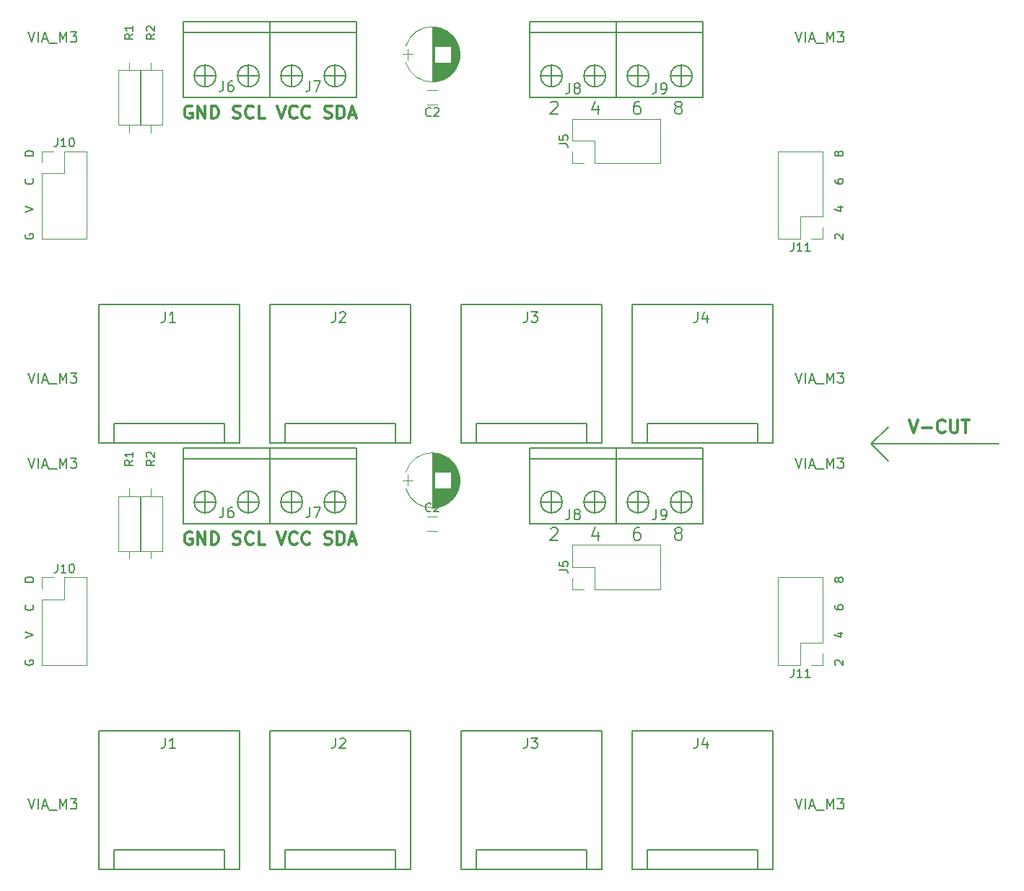
<source format=gto>
G04 #@! TF.FileFunction,Legend,Top*
%FSLAX46Y46*%
G04 Gerber Fmt 4.6, Leading zero omitted, Abs format (unit mm)*
G04 Created by KiCad (PCBNEW 4.0.6) date 01/22/18 09:57:44*
%MOMM*%
%LPD*%
G01*
G04 APERTURE LIST*
%ADD10C,0.100000*%
%ADD11C,0.300000*%
%ADD12C,0.200000*%
%ADD13C,0.150000*%
%ADD14C,0.120000*%
G04 APERTURE END LIST*
D10*
D11*
X162884286Y-94228571D02*
X163384286Y-95728571D01*
X163884286Y-94228571D01*
X164384286Y-95157143D02*
X165527143Y-95157143D01*
X167098572Y-95585714D02*
X167027143Y-95657143D01*
X166812857Y-95728571D01*
X166670000Y-95728571D01*
X166455715Y-95657143D01*
X166312857Y-95514286D01*
X166241429Y-95371429D01*
X166170000Y-95085714D01*
X166170000Y-94871429D01*
X166241429Y-94585714D01*
X166312857Y-94442857D01*
X166455715Y-94300000D01*
X166670000Y-94228571D01*
X166812857Y-94228571D01*
X167027143Y-94300000D01*
X167098572Y-94371429D01*
X167741429Y-94228571D02*
X167741429Y-95442857D01*
X167812857Y-95585714D01*
X167884286Y-95657143D01*
X168027143Y-95728571D01*
X168312857Y-95728571D01*
X168455715Y-95657143D01*
X168527143Y-95585714D01*
X168598572Y-95442857D01*
X168598572Y-94228571D01*
X169098572Y-94228571D02*
X169955715Y-94228571D01*
X169527144Y-95728571D02*
X169527144Y-94228571D01*
D12*
X158420000Y-97050000D02*
X173420000Y-97050000D01*
X160420000Y-99050000D02*
X158420000Y-97050000D01*
X158420000Y-97050000D02*
X160420000Y-99050000D01*
X160420000Y-95050000D02*
X158420000Y-97050000D01*
X158420000Y-97050000D02*
X160420000Y-95050000D01*
D13*
X154249619Y-122982858D02*
X154202000Y-122935239D01*
X154154381Y-122840001D01*
X154154381Y-122601905D01*
X154202000Y-122506667D01*
X154249619Y-122459048D01*
X154344857Y-122411429D01*
X154440095Y-122411429D01*
X154582952Y-122459048D01*
X155154381Y-123030477D01*
X155154381Y-122411429D01*
X154487714Y-119268571D02*
X155154381Y-119268571D01*
X154106762Y-119506667D02*
X154821048Y-119744762D01*
X154821048Y-119125714D01*
X154154381Y-116030475D02*
X154154381Y-116220952D01*
X154202000Y-116316190D01*
X154249619Y-116363809D01*
X154392476Y-116459047D01*
X154582952Y-116506666D01*
X154963905Y-116506666D01*
X155059143Y-116459047D01*
X155106762Y-116411428D01*
X155154381Y-116316190D01*
X155154381Y-116125713D01*
X155106762Y-116030475D01*
X155059143Y-115982856D01*
X154963905Y-115935237D01*
X154725810Y-115935237D01*
X154630571Y-115982856D01*
X154582952Y-116030475D01*
X154535333Y-116125713D01*
X154535333Y-116316190D01*
X154582952Y-116411428D01*
X154630571Y-116459047D01*
X154725810Y-116506666D01*
X154582952Y-113078094D02*
X154535333Y-113173332D01*
X154487714Y-113220951D01*
X154392476Y-113268570D01*
X154344857Y-113268570D01*
X154249619Y-113220951D01*
X154202000Y-113173332D01*
X154154381Y-113078094D01*
X154154381Y-112887617D01*
X154202000Y-112792379D01*
X154249619Y-112744760D01*
X154344857Y-112697141D01*
X154392476Y-112697141D01*
X154487714Y-112744760D01*
X154535333Y-112792379D01*
X154582952Y-112887617D01*
X154582952Y-113078094D01*
X154630571Y-113173332D01*
X154678190Y-113220951D01*
X154773429Y-113268570D01*
X154963905Y-113268570D01*
X155059143Y-113220951D01*
X155106762Y-113173332D01*
X155154381Y-113078094D01*
X155154381Y-112887617D01*
X155106762Y-112792379D01*
X155059143Y-112744760D01*
X154963905Y-112697141D01*
X154773429Y-112697141D01*
X154678190Y-112744760D01*
X154630571Y-112792379D01*
X154582952Y-112887617D01*
X59206000Y-122435239D02*
X59158381Y-122530477D01*
X59158381Y-122673334D01*
X59206000Y-122816192D01*
X59301238Y-122911430D01*
X59396476Y-122959049D01*
X59586952Y-123006668D01*
X59729810Y-123006668D01*
X59920286Y-122959049D01*
X60015524Y-122911430D01*
X60110762Y-122816192D01*
X60158381Y-122673334D01*
X60158381Y-122578096D01*
X60110762Y-122435239D01*
X60063143Y-122387620D01*
X59729810Y-122387620D01*
X59729810Y-122578096D01*
X59158381Y-119816191D02*
X60158381Y-119482858D01*
X59158381Y-119149524D01*
X60063143Y-115959047D02*
X60110762Y-116006666D01*
X60158381Y-116149523D01*
X60158381Y-116244761D01*
X60110762Y-116387619D01*
X60015524Y-116482857D01*
X59920286Y-116530476D01*
X59729810Y-116578095D01*
X59586952Y-116578095D01*
X59396476Y-116530476D01*
X59301238Y-116482857D01*
X59206000Y-116387619D01*
X59158381Y-116244761D01*
X59158381Y-116149523D01*
X59206000Y-116006666D01*
X59253619Y-115959047D01*
X60158381Y-113244761D02*
X59158381Y-113244761D01*
X59158381Y-113006666D01*
X59206000Y-112863808D01*
X59301238Y-112768570D01*
X59396476Y-112720951D01*
X59586952Y-112673332D01*
X59729810Y-112673332D01*
X59920286Y-112720951D01*
X60015524Y-112768570D01*
X60110762Y-112863808D01*
X60158381Y-113006666D01*
X60158381Y-113244761D01*
D12*
X120825716Y-107001429D02*
X120897145Y-106930000D01*
X121040002Y-106858571D01*
X121397145Y-106858571D01*
X121540002Y-106930000D01*
X121611431Y-107001429D01*
X121682859Y-107144286D01*
X121682859Y-107287143D01*
X121611431Y-107501429D01*
X120754288Y-108358571D01*
X121682859Y-108358571D01*
X126397144Y-107358571D02*
X126397144Y-108358571D01*
X126040001Y-106787143D02*
X125682858Y-107858571D01*
X126611430Y-107858571D01*
X131254286Y-106858571D02*
X130968572Y-106858571D01*
X130825715Y-106930000D01*
X130754286Y-107001429D01*
X130611429Y-107215714D01*
X130540000Y-107501429D01*
X130540000Y-108072857D01*
X130611429Y-108215714D01*
X130682857Y-108287143D01*
X130825715Y-108358571D01*
X131111429Y-108358571D01*
X131254286Y-108287143D01*
X131325715Y-108215714D01*
X131397143Y-108072857D01*
X131397143Y-107715714D01*
X131325715Y-107572857D01*
X131254286Y-107501429D01*
X131111429Y-107430000D01*
X130825715Y-107430000D01*
X130682857Y-107501429D01*
X130611429Y-107572857D01*
X130540000Y-107715714D01*
X135682857Y-107501429D02*
X135539999Y-107430000D01*
X135468571Y-107358571D01*
X135397142Y-107215714D01*
X135397142Y-107144286D01*
X135468571Y-107001429D01*
X135539999Y-106930000D01*
X135682857Y-106858571D01*
X135968571Y-106858571D01*
X136111428Y-106930000D01*
X136182857Y-107001429D01*
X136254285Y-107144286D01*
X136254285Y-107215714D01*
X136182857Y-107358571D01*
X136111428Y-107430000D01*
X135968571Y-107501429D01*
X135682857Y-107501429D01*
X135539999Y-107572857D01*
X135468571Y-107644286D01*
X135397142Y-107787143D01*
X135397142Y-108072857D01*
X135468571Y-108215714D01*
X135539999Y-108287143D01*
X135682857Y-108358571D01*
X135968571Y-108358571D01*
X136111428Y-108287143D01*
X136182857Y-108215714D01*
X136254285Y-108072857D01*
X136254285Y-107787143D01*
X136182857Y-107644286D01*
X136111428Y-107572857D01*
X135968571Y-107501429D01*
D11*
X78721429Y-107438000D02*
X78578572Y-107366571D01*
X78364286Y-107366571D01*
X78150001Y-107438000D01*
X78007143Y-107580857D01*
X77935715Y-107723714D01*
X77864286Y-108009429D01*
X77864286Y-108223714D01*
X77935715Y-108509429D01*
X78007143Y-108652286D01*
X78150001Y-108795143D01*
X78364286Y-108866571D01*
X78507143Y-108866571D01*
X78721429Y-108795143D01*
X78792858Y-108723714D01*
X78792858Y-108223714D01*
X78507143Y-108223714D01*
X79435715Y-108866571D02*
X79435715Y-107366571D01*
X80292858Y-108866571D01*
X80292858Y-107366571D01*
X81007144Y-108866571D02*
X81007144Y-107366571D01*
X81364287Y-107366571D01*
X81578572Y-107438000D01*
X81721430Y-107580857D01*
X81792858Y-107723714D01*
X81864287Y-108009429D01*
X81864287Y-108223714D01*
X81792858Y-108509429D01*
X81721430Y-108652286D01*
X81578572Y-108795143D01*
X81364287Y-108866571D01*
X81007144Y-108866571D01*
X83578572Y-108795143D02*
X83792858Y-108866571D01*
X84150001Y-108866571D01*
X84292858Y-108795143D01*
X84364287Y-108723714D01*
X84435715Y-108580857D01*
X84435715Y-108438000D01*
X84364287Y-108295143D01*
X84292858Y-108223714D01*
X84150001Y-108152286D01*
X83864287Y-108080857D01*
X83721429Y-108009429D01*
X83650001Y-107938000D01*
X83578572Y-107795143D01*
X83578572Y-107652286D01*
X83650001Y-107509429D01*
X83721429Y-107438000D01*
X83864287Y-107366571D01*
X84221429Y-107366571D01*
X84435715Y-107438000D01*
X85935715Y-108723714D02*
X85864286Y-108795143D01*
X85650000Y-108866571D01*
X85507143Y-108866571D01*
X85292858Y-108795143D01*
X85150000Y-108652286D01*
X85078572Y-108509429D01*
X85007143Y-108223714D01*
X85007143Y-108009429D01*
X85078572Y-107723714D01*
X85150000Y-107580857D01*
X85292858Y-107438000D01*
X85507143Y-107366571D01*
X85650000Y-107366571D01*
X85864286Y-107438000D01*
X85935715Y-107509429D01*
X87292858Y-108866571D02*
X86578572Y-108866571D01*
X86578572Y-107366571D01*
X88721429Y-107366571D02*
X89221429Y-108866571D01*
X89721429Y-107366571D01*
X91078572Y-108723714D02*
X91007143Y-108795143D01*
X90792857Y-108866571D01*
X90650000Y-108866571D01*
X90435715Y-108795143D01*
X90292857Y-108652286D01*
X90221429Y-108509429D01*
X90150000Y-108223714D01*
X90150000Y-108009429D01*
X90221429Y-107723714D01*
X90292857Y-107580857D01*
X90435715Y-107438000D01*
X90650000Y-107366571D01*
X90792857Y-107366571D01*
X91007143Y-107438000D01*
X91078572Y-107509429D01*
X92578572Y-108723714D02*
X92507143Y-108795143D01*
X92292857Y-108866571D01*
X92150000Y-108866571D01*
X91935715Y-108795143D01*
X91792857Y-108652286D01*
X91721429Y-108509429D01*
X91650000Y-108223714D01*
X91650000Y-108009429D01*
X91721429Y-107723714D01*
X91792857Y-107580857D01*
X91935715Y-107438000D01*
X92150000Y-107366571D01*
X92292857Y-107366571D01*
X92507143Y-107438000D01*
X92578572Y-107509429D01*
X94292857Y-108795143D02*
X94507143Y-108866571D01*
X94864286Y-108866571D01*
X95007143Y-108795143D01*
X95078572Y-108723714D01*
X95150000Y-108580857D01*
X95150000Y-108438000D01*
X95078572Y-108295143D01*
X95007143Y-108223714D01*
X94864286Y-108152286D01*
X94578572Y-108080857D01*
X94435714Y-108009429D01*
X94364286Y-107938000D01*
X94292857Y-107795143D01*
X94292857Y-107652286D01*
X94364286Y-107509429D01*
X94435714Y-107438000D01*
X94578572Y-107366571D01*
X94935714Y-107366571D01*
X95150000Y-107438000D01*
X95792857Y-108866571D02*
X95792857Y-107366571D01*
X96150000Y-107366571D01*
X96364285Y-107438000D01*
X96507143Y-107580857D01*
X96578571Y-107723714D01*
X96650000Y-108009429D01*
X96650000Y-108223714D01*
X96578571Y-108509429D01*
X96507143Y-108652286D01*
X96364285Y-108795143D01*
X96150000Y-108866571D01*
X95792857Y-108866571D01*
X97221428Y-108438000D02*
X97935714Y-108438000D01*
X97078571Y-108866571D02*
X97578571Y-107366571D01*
X98078571Y-108866571D01*
D13*
X154249619Y-72982858D02*
X154202000Y-72935239D01*
X154154381Y-72840001D01*
X154154381Y-72601905D01*
X154202000Y-72506667D01*
X154249619Y-72459048D01*
X154344857Y-72411429D01*
X154440095Y-72411429D01*
X154582952Y-72459048D01*
X155154381Y-73030477D01*
X155154381Y-72411429D01*
X154487714Y-69268571D02*
X155154381Y-69268571D01*
X154106762Y-69506667D02*
X154821048Y-69744762D01*
X154821048Y-69125714D01*
X154154381Y-66030475D02*
X154154381Y-66220952D01*
X154202000Y-66316190D01*
X154249619Y-66363809D01*
X154392476Y-66459047D01*
X154582952Y-66506666D01*
X154963905Y-66506666D01*
X155059143Y-66459047D01*
X155106762Y-66411428D01*
X155154381Y-66316190D01*
X155154381Y-66125713D01*
X155106762Y-66030475D01*
X155059143Y-65982856D01*
X154963905Y-65935237D01*
X154725810Y-65935237D01*
X154630571Y-65982856D01*
X154582952Y-66030475D01*
X154535333Y-66125713D01*
X154535333Y-66316190D01*
X154582952Y-66411428D01*
X154630571Y-66459047D01*
X154725810Y-66506666D01*
X154582952Y-63078094D02*
X154535333Y-63173332D01*
X154487714Y-63220951D01*
X154392476Y-63268570D01*
X154344857Y-63268570D01*
X154249619Y-63220951D01*
X154202000Y-63173332D01*
X154154381Y-63078094D01*
X154154381Y-62887617D01*
X154202000Y-62792379D01*
X154249619Y-62744760D01*
X154344857Y-62697141D01*
X154392476Y-62697141D01*
X154487714Y-62744760D01*
X154535333Y-62792379D01*
X154582952Y-62887617D01*
X154582952Y-63078094D01*
X154630571Y-63173332D01*
X154678190Y-63220951D01*
X154773429Y-63268570D01*
X154963905Y-63268570D01*
X155059143Y-63220951D01*
X155106762Y-63173332D01*
X155154381Y-63078094D01*
X155154381Y-62887617D01*
X155106762Y-62792379D01*
X155059143Y-62744760D01*
X154963905Y-62697141D01*
X154773429Y-62697141D01*
X154678190Y-62744760D01*
X154630571Y-62792379D01*
X154582952Y-62887617D01*
X59206000Y-72435239D02*
X59158381Y-72530477D01*
X59158381Y-72673334D01*
X59206000Y-72816192D01*
X59301238Y-72911430D01*
X59396476Y-72959049D01*
X59586952Y-73006668D01*
X59729810Y-73006668D01*
X59920286Y-72959049D01*
X60015524Y-72911430D01*
X60110762Y-72816192D01*
X60158381Y-72673334D01*
X60158381Y-72578096D01*
X60110762Y-72435239D01*
X60063143Y-72387620D01*
X59729810Y-72387620D01*
X59729810Y-72578096D01*
X59158381Y-69816191D02*
X60158381Y-69482858D01*
X59158381Y-69149524D01*
X60063143Y-65959047D02*
X60110762Y-66006666D01*
X60158381Y-66149523D01*
X60158381Y-66244761D01*
X60110762Y-66387619D01*
X60015524Y-66482857D01*
X59920286Y-66530476D01*
X59729810Y-66578095D01*
X59586952Y-66578095D01*
X59396476Y-66530476D01*
X59301238Y-66482857D01*
X59206000Y-66387619D01*
X59158381Y-66244761D01*
X59158381Y-66149523D01*
X59206000Y-66006666D01*
X59253619Y-65959047D01*
X60158381Y-63244761D02*
X59158381Y-63244761D01*
X59158381Y-63006666D01*
X59206000Y-62863808D01*
X59301238Y-62768570D01*
X59396476Y-62720951D01*
X59586952Y-62673332D01*
X59729810Y-62673332D01*
X59920286Y-62720951D01*
X60015524Y-62768570D01*
X60110762Y-62863808D01*
X60158381Y-63006666D01*
X60158381Y-63244761D01*
D12*
X120825716Y-57001429D02*
X120897145Y-56930000D01*
X121040002Y-56858571D01*
X121397145Y-56858571D01*
X121540002Y-56930000D01*
X121611431Y-57001429D01*
X121682859Y-57144286D01*
X121682859Y-57287143D01*
X121611431Y-57501429D01*
X120754288Y-58358571D01*
X121682859Y-58358571D01*
X126397144Y-57358571D02*
X126397144Y-58358571D01*
X126040001Y-56787143D02*
X125682858Y-57858571D01*
X126611430Y-57858571D01*
X131254286Y-56858571D02*
X130968572Y-56858571D01*
X130825715Y-56930000D01*
X130754286Y-57001429D01*
X130611429Y-57215714D01*
X130540000Y-57501429D01*
X130540000Y-58072857D01*
X130611429Y-58215714D01*
X130682857Y-58287143D01*
X130825715Y-58358571D01*
X131111429Y-58358571D01*
X131254286Y-58287143D01*
X131325715Y-58215714D01*
X131397143Y-58072857D01*
X131397143Y-57715714D01*
X131325715Y-57572857D01*
X131254286Y-57501429D01*
X131111429Y-57430000D01*
X130825715Y-57430000D01*
X130682857Y-57501429D01*
X130611429Y-57572857D01*
X130540000Y-57715714D01*
X135682857Y-57501429D02*
X135539999Y-57430000D01*
X135468571Y-57358571D01*
X135397142Y-57215714D01*
X135397142Y-57144286D01*
X135468571Y-57001429D01*
X135539999Y-56930000D01*
X135682857Y-56858571D01*
X135968571Y-56858571D01*
X136111428Y-56930000D01*
X136182857Y-57001429D01*
X136254285Y-57144286D01*
X136254285Y-57215714D01*
X136182857Y-57358571D01*
X136111428Y-57430000D01*
X135968571Y-57501429D01*
X135682857Y-57501429D01*
X135539999Y-57572857D01*
X135468571Y-57644286D01*
X135397142Y-57787143D01*
X135397142Y-58072857D01*
X135468571Y-58215714D01*
X135539999Y-58287143D01*
X135682857Y-58358571D01*
X135968571Y-58358571D01*
X136111428Y-58287143D01*
X136182857Y-58215714D01*
X136254285Y-58072857D01*
X136254285Y-57787143D01*
X136182857Y-57644286D01*
X136111428Y-57572857D01*
X135968571Y-57501429D01*
D11*
X78721429Y-57438000D02*
X78578572Y-57366571D01*
X78364286Y-57366571D01*
X78150001Y-57438000D01*
X78007143Y-57580857D01*
X77935715Y-57723714D01*
X77864286Y-58009429D01*
X77864286Y-58223714D01*
X77935715Y-58509429D01*
X78007143Y-58652286D01*
X78150001Y-58795143D01*
X78364286Y-58866571D01*
X78507143Y-58866571D01*
X78721429Y-58795143D01*
X78792858Y-58723714D01*
X78792858Y-58223714D01*
X78507143Y-58223714D01*
X79435715Y-58866571D02*
X79435715Y-57366571D01*
X80292858Y-58866571D01*
X80292858Y-57366571D01*
X81007144Y-58866571D02*
X81007144Y-57366571D01*
X81364287Y-57366571D01*
X81578572Y-57438000D01*
X81721430Y-57580857D01*
X81792858Y-57723714D01*
X81864287Y-58009429D01*
X81864287Y-58223714D01*
X81792858Y-58509429D01*
X81721430Y-58652286D01*
X81578572Y-58795143D01*
X81364287Y-58866571D01*
X81007144Y-58866571D01*
X83578572Y-58795143D02*
X83792858Y-58866571D01*
X84150001Y-58866571D01*
X84292858Y-58795143D01*
X84364287Y-58723714D01*
X84435715Y-58580857D01*
X84435715Y-58438000D01*
X84364287Y-58295143D01*
X84292858Y-58223714D01*
X84150001Y-58152286D01*
X83864287Y-58080857D01*
X83721429Y-58009429D01*
X83650001Y-57938000D01*
X83578572Y-57795143D01*
X83578572Y-57652286D01*
X83650001Y-57509429D01*
X83721429Y-57438000D01*
X83864287Y-57366571D01*
X84221429Y-57366571D01*
X84435715Y-57438000D01*
X85935715Y-58723714D02*
X85864286Y-58795143D01*
X85650000Y-58866571D01*
X85507143Y-58866571D01*
X85292858Y-58795143D01*
X85150000Y-58652286D01*
X85078572Y-58509429D01*
X85007143Y-58223714D01*
X85007143Y-58009429D01*
X85078572Y-57723714D01*
X85150000Y-57580857D01*
X85292858Y-57438000D01*
X85507143Y-57366571D01*
X85650000Y-57366571D01*
X85864286Y-57438000D01*
X85935715Y-57509429D01*
X87292858Y-58866571D02*
X86578572Y-58866571D01*
X86578572Y-57366571D01*
X88721429Y-57366571D02*
X89221429Y-58866571D01*
X89721429Y-57366571D01*
X91078572Y-58723714D02*
X91007143Y-58795143D01*
X90792857Y-58866571D01*
X90650000Y-58866571D01*
X90435715Y-58795143D01*
X90292857Y-58652286D01*
X90221429Y-58509429D01*
X90150000Y-58223714D01*
X90150000Y-58009429D01*
X90221429Y-57723714D01*
X90292857Y-57580857D01*
X90435715Y-57438000D01*
X90650000Y-57366571D01*
X90792857Y-57366571D01*
X91007143Y-57438000D01*
X91078572Y-57509429D01*
X92578572Y-58723714D02*
X92507143Y-58795143D01*
X92292857Y-58866571D01*
X92150000Y-58866571D01*
X91935715Y-58795143D01*
X91792857Y-58652286D01*
X91721429Y-58509429D01*
X91650000Y-58223714D01*
X91650000Y-58009429D01*
X91721429Y-57723714D01*
X91792857Y-57580857D01*
X91935715Y-57438000D01*
X92150000Y-57366571D01*
X92292857Y-57366571D01*
X92507143Y-57438000D01*
X92578572Y-57509429D01*
X94292857Y-58795143D02*
X94507143Y-58866571D01*
X94864286Y-58866571D01*
X95007143Y-58795143D01*
X95078572Y-58723714D01*
X95150000Y-58580857D01*
X95150000Y-58438000D01*
X95078572Y-58295143D01*
X95007143Y-58223714D01*
X94864286Y-58152286D01*
X94578572Y-58080857D01*
X94435714Y-58009429D01*
X94364286Y-57938000D01*
X94292857Y-57795143D01*
X94292857Y-57652286D01*
X94364286Y-57509429D01*
X94435714Y-57438000D01*
X94578572Y-57366571D01*
X94935714Y-57366571D01*
X95150000Y-57438000D01*
X95792857Y-58866571D02*
X95792857Y-57366571D01*
X96150000Y-57366571D01*
X96364285Y-57438000D01*
X96507143Y-57580857D01*
X96578571Y-57723714D01*
X96650000Y-58009429D01*
X96650000Y-58223714D01*
X96578571Y-58509429D01*
X96507143Y-58652286D01*
X96364285Y-58795143D01*
X96150000Y-58866571D01*
X95792857Y-58866571D01*
X97221428Y-58438000D02*
X97935714Y-58438000D01*
X97078571Y-58866571D02*
X97578571Y-57366571D01*
X98078571Y-58866571D01*
D13*
X69626000Y-146956000D02*
X69626000Y-144670000D01*
X69626000Y-144670000D02*
X70388000Y-144670000D01*
X70388000Y-144670000D02*
X82580000Y-144670000D01*
X82580000Y-144670000D02*
X82580000Y-146956000D01*
X67848000Y-146956000D02*
X84358000Y-146956000D01*
X84358000Y-146956000D02*
X84358000Y-130700000D01*
X84358000Y-130700000D02*
X67848000Y-130700000D01*
X67848000Y-130700000D02*
X67848000Y-146956000D01*
X89626000Y-146956000D02*
X89626000Y-144670000D01*
X89626000Y-144670000D02*
X90388000Y-144670000D01*
X90388000Y-144670000D02*
X102580000Y-144670000D01*
X102580000Y-144670000D02*
X102580000Y-146956000D01*
X87848000Y-146956000D02*
X104358000Y-146956000D01*
X104358000Y-146956000D02*
X104358000Y-130700000D01*
X104358000Y-130700000D02*
X87848000Y-130700000D01*
X87848000Y-130700000D02*
X87848000Y-146956000D01*
X112126000Y-146956000D02*
X112126000Y-144670000D01*
X112126000Y-144670000D02*
X112888000Y-144670000D01*
X112888000Y-144670000D02*
X125080000Y-144670000D01*
X125080000Y-144670000D02*
X125080000Y-146956000D01*
X110348000Y-146956000D02*
X126858000Y-146956000D01*
X126858000Y-146956000D02*
X126858000Y-130700000D01*
X126858000Y-130700000D02*
X110348000Y-130700000D01*
X110348000Y-130700000D02*
X110348000Y-146956000D01*
X132126000Y-146956000D02*
X132126000Y-144670000D01*
X132126000Y-144670000D02*
X132888000Y-144670000D01*
X132888000Y-144670000D02*
X145080000Y-144670000D01*
X145080000Y-144670000D02*
X145080000Y-146956000D01*
X130348000Y-146956000D02*
X146858000Y-146956000D01*
X146858000Y-146956000D02*
X146858000Y-130700000D01*
X146858000Y-130700000D02*
X130348000Y-130700000D01*
X130348000Y-130700000D02*
X130348000Y-146956000D01*
D14*
X126000000Y-114090000D02*
X133680000Y-114090000D01*
X133680000Y-114090000D02*
X133680000Y-108890000D01*
X133680000Y-108890000D02*
X123400000Y-108890000D01*
X123400000Y-108890000D02*
X123400000Y-111490000D01*
X123400000Y-111490000D02*
X126000000Y-111490000D01*
X126000000Y-111490000D02*
X126000000Y-114090000D01*
X124730000Y-114090000D02*
X123400000Y-114090000D01*
X123400000Y-114090000D02*
X123400000Y-112760000D01*
X72700000Y-103200000D02*
X70080000Y-103200000D01*
X70080000Y-103200000D02*
X70080000Y-109620000D01*
X70080000Y-109620000D02*
X72700000Y-109620000D01*
X72700000Y-109620000D02*
X72700000Y-103200000D01*
X71390000Y-102310000D02*
X71390000Y-103200000D01*
X71390000Y-110510000D02*
X71390000Y-109620000D01*
X75240000Y-103200000D02*
X72620000Y-103200000D01*
X72620000Y-103200000D02*
X72620000Y-109620000D01*
X72620000Y-109620000D02*
X75240000Y-109620000D01*
X75240000Y-109620000D02*
X75240000Y-103200000D01*
X73930000Y-102310000D02*
X73930000Y-103200000D01*
X73930000Y-110510000D02*
X73930000Y-109620000D01*
D13*
X85360000Y-102600000D02*
X85360000Y-105140000D01*
X84090000Y-103870000D02*
X86630000Y-103870000D01*
X80280000Y-102600000D02*
X80280000Y-105140000D01*
X79010000Y-103870000D02*
X81550000Y-103870000D01*
X86630000Y-103870000D02*
G75*
G03X86630000Y-103870000I-1270000J0D01*
G01*
X81550000Y-103870000D02*
G75*
G03X81550000Y-103870000I-1270000J0D01*
G01*
X77740000Y-98790000D02*
X87900000Y-98790000D01*
X77740000Y-101330000D02*
X77740000Y-97520000D01*
X77740000Y-97520000D02*
X87900000Y-97520000D01*
X87900000Y-97520000D02*
X87900000Y-106410000D01*
X87900000Y-106410000D02*
X77740000Y-106410000D01*
X77740000Y-106410000D02*
X77740000Y-101330000D01*
X95520000Y-102600000D02*
X95520000Y-105140000D01*
X94250000Y-103870000D02*
X96790000Y-103870000D01*
X90440000Y-102600000D02*
X90440000Y-105140000D01*
X89170000Y-103870000D02*
X91710000Y-103870000D01*
X96790000Y-103870000D02*
G75*
G03X96790000Y-103870000I-1270000J0D01*
G01*
X91710000Y-103870000D02*
G75*
G03X91710000Y-103870000I-1270000J0D01*
G01*
X87900000Y-98790000D02*
X98060000Y-98790000D01*
X87900000Y-101330000D02*
X87900000Y-97520000D01*
X87900000Y-97520000D02*
X98060000Y-97520000D01*
X98060000Y-97520000D02*
X98060000Y-106410000D01*
X98060000Y-106410000D02*
X87900000Y-106410000D01*
X87900000Y-106410000D02*
X87900000Y-101330000D01*
X126000000Y-102600000D02*
X126000000Y-105140000D01*
X124730000Y-103870000D02*
X127270000Y-103870000D01*
X120920000Y-102600000D02*
X120920000Y-105140000D01*
X119650000Y-103870000D02*
X122190000Y-103870000D01*
X127270000Y-103870000D02*
G75*
G03X127270000Y-103870000I-1270000J0D01*
G01*
X122190000Y-103870000D02*
G75*
G03X122190000Y-103870000I-1270000J0D01*
G01*
X118380000Y-98790000D02*
X128540000Y-98790000D01*
X118380000Y-101330000D02*
X118380000Y-97520000D01*
X118380000Y-97520000D02*
X128540000Y-97520000D01*
X128540000Y-97520000D02*
X128540000Y-106410000D01*
X128540000Y-106410000D02*
X118380000Y-106410000D01*
X118380000Y-106410000D02*
X118380000Y-101330000D01*
X136160000Y-102600000D02*
X136160000Y-105140000D01*
X134890000Y-103870000D02*
X137430000Y-103870000D01*
X131080000Y-102600000D02*
X131080000Y-105140000D01*
X129810000Y-103870000D02*
X132350000Y-103870000D01*
X137430000Y-103870000D02*
G75*
G03X137430000Y-103870000I-1270000J0D01*
G01*
X132350000Y-103870000D02*
G75*
G03X132350000Y-103870000I-1270000J0D01*
G01*
X128540000Y-98790000D02*
X138700000Y-98790000D01*
X128540000Y-101330000D02*
X128540000Y-97520000D01*
X128540000Y-97520000D02*
X138700000Y-97520000D01*
X138700000Y-97520000D02*
X138700000Y-106410000D01*
X138700000Y-106410000D02*
X128540000Y-106410000D01*
X128540000Y-106410000D02*
X128540000Y-101330000D01*
D14*
X61170000Y-115300000D02*
X61170000Y-122980000D01*
X61170000Y-122980000D02*
X66370000Y-122980000D01*
X66370000Y-122980000D02*
X66370000Y-112700000D01*
X66370000Y-112700000D02*
X63770000Y-112700000D01*
X63770000Y-112700000D02*
X63770000Y-115300000D01*
X63770000Y-115300000D02*
X61170000Y-115300000D01*
X61170000Y-114030000D02*
X61170000Y-112700000D01*
X61170000Y-112700000D02*
X62500000Y-112700000D01*
X106930000Y-98130000D02*
X106930000Y-104530000D01*
X106970000Y-98130000D02*
X106970000Y-104530000D01*
X107010000Y-98130000D02*
X107010000Y-104530000D01*
X107050000Y-98132000D02*
X107050000Y-104528000D01*
X107090000Y-98133000D02*
X107090000Y-104527000D01*
X107130000Y-98136000D02*
X107130000Y-104524000D01*
X107170000Y-98138000D02*
X107170000Y-104522000D01*
X107210000Y-98142000D02*
X107210000Y-100350000D01*
X107210000Y-102310000D02*
X107210000Y-104518000D01*
X107250000Y-98145000D02*
X107250000Y-100350000D01*
X107250000Y-102310000D02*
X107250000Y-104515000D01*
X107290000Y-98150000D02*
X107290000Y-100350000D01*
X107290000Y-102310000D02*
X107290000Y-104510000D01*
X107330000Y-98154000D02*
X107330000Y-100350000D01*
X107330000Y-102310000D02*
X107330000Y-104506000D01*
X107370000Y-98160000D02*
X107370000Y-100350000D01*
X107370000Y-102310000D02*
X107370000Y-104500000D01*
X107410000Y-98165000D02*
X107410000Y-100350000D01*
X107410000Y-102310000D02*
X107410000Y-104495000D01*
X107450000Y-98172000D02*
X107450000Y-100350000D01*
X107450000Y-102310000D02*
X107450000Y-104488000D01*
X107490000Y-98178000D02*
X107490000Y-100350000D01*
X107490000Y-102310000D02*
X107490000Y-104482000D01*
X107530000Y-98186000D02*
X107530000Y-100350000D01*
X107530000Y-102310000D02*
X107530000Y-104474000D01*
X107570000Y-98193000D02*
X107570000Y-100350000D01*
X107570000Y-102310000D02*
X107570000Y-104467000D01*
X107610000Y-98202000D02*
X107610000Y-100350000D01*
X107610000Y-102310000D02*
X107610000Y-104458000D01*
X107651000Y-98211000D02*
X107651000Y-100350000D01*
X107651000Y-102310000D02*
X107651000Y-104449000D01*
X107691000Y-98220000D02*
X107691000Y-100350000D01*
X107691000Y-102310000D02*
X107691000Y-104440000D01*
X107731000Y-98230000D02*
X107731000Y-100350000D01*
X107731000Y-102310000D02*
X107731000Y-104430000D01*
X107771000Y-98240000D02*
X107771000Y-100350000D01*
X107771000Y-102310000D02*
X107771000Y-104420000D01*
X107811000Y-98251000D02*
X107811000Y-100350000D01*
X107811000Y-102310000D02*
X107811000Y-104409000D01*
X107851000Y-98263000D02*
X107851000Y-100350000D01*
X107851000Y-102310000D02*
X107851000Y-104397000D01*
X107891000Y-98275000D02*
X107891000Y-100350000D01*
X107891000Y-102310000D02*
X107891000Y-104385000D01*
X107931000Y-98288000D02*
X107931000Y-100350000D01*
X107931000Y-102310000D02*
X107931000Y-104372000D01*
X107971000Y-98301000D02*
X107971000Y-100350000D01*
X107971000Y-102310000D02*
X107971000Y-104359000D01*
X108011000Y-98315000D02*
X108011000Y-100350000D01*
X108011000Y-102310000D02*
X108011000Y-104345000D01*
X108051000Y-98329000D02*
X108051000Y-100350000D01*
X108051000Y-102310000D02*
X108051000Y-104331000D01*
X108091000Y-98344000D02*
X108091000Y-100350000D01*
X108091000Y-102310000D02*
X108091000Y-104316000D01*
X108131000Y-98360000D02*
X108131000Y-100350000D01*
X108131000Y-102310000D02*
X108131000Y-104300000D01*
X108171000Y-98376000D02*
X108171000Y-100350000D01*
X108171000Y-102310000D02*
X108171000Y-104284000D01*
X108211000Y-98393000D02*
X108211000Y-100350000D01*
X108211000Y-102310000D02*
X108211000Y-104267000D01*
X108251000Y-98411000D02*
X108251000Y-100350000D01*
X108251000Y-102310000D02*
X108251000Y-104249000D01*
X108291000Y-98429000D02*
X108291000Y-100350000D01*
X108291000Y-102310000D02*
X108291000Y-104231000D01*
X108331000Y-98448000D02*
X108331000Y-100350000D01*
X108331000Y-102310000D02*
X108331000Y-104212000D01*
X108371000Y-98467000D02*
X108371000Y-100350000D01*
X108371000Y-102310000D02*
X108371000Y-104193000D01*
X108411000Y-98487000D02*
X108411000Y-100350000D01*
X108411000Y-102310000D02*
X108411000Y-104173000D01*
X108451000Y-98508000D02*
X108451000Y-100350000D01*
X108451000Y-102310000D02*
X108451000Y-104152000D01*
X108491000Y-98530000D02*
X108491000Y-100350000D01*
X108491000Y-102310000D02*
X108491000Y-104130000D01*
X108531000Y-98552000D02*
X108531000Y-100350000D01*
X108531000Y-102310000D02*
X108531000Y-104108000D01*
X108571000Y-98575000D02*
X108571000Y-100350000D01*
X108571000Y-102310000D02*
X108571000Y-104085000D01*
X108611000Y-98599000D02*
X108611000Y-100350000D01*
X108611000Y-102310000D02*
X108611000Y-104061000D01*
X108651000Y-98624000D02*
X108651000Y-100350000D01*
X108651000Y-102310000D02*
X108651000Y-104036000D01*
X108691000Y-98649000D02*
X108691000Y-100350000D01*
X108691000Y-102310000D02*
X108691000Y-104011000D01*
X108731000Y-98676000D02*
X108731000Y-100350000D01*
X108731000Y-102310000D02*
X108731000Y-103984000D01*
X108771000Y-98703000D02*
X108771000Y-100350000D01*
X108771000Y-102310000D02*
X108771000Y-103957000D01*
X108811000Y-98731000D02*
X108811000Y-100350000D01*
X108811000Y-102310000D02*
X108811000Y-103929000D01*
X108851000Y-98760000D02*
X108851000Y-100350000D01*
X108851000Y-102310000D02*
X108851000Y-103900000D01*
X108891000Y-98790000D02*
X108891000Y-100350000D01*
X108891000Y-102310000D02*
X108891000Y-103870000D01*
X108931000Y-98820000D02*
X108931000Y-100350000D01*
X108931000Y-102310000D02*
X108931000Y-103840000D01*
X108971000Y-98852000D02*
X108971000Y-100350000D01*
X108971000Y-102310000D02*
X108971000Y-103808000D01*
X109011000Y-98885000D02*
X109011000Y-100350000D01*
X109011000Y-102310000D02*
X109011000Y-103775000D01*
X109051000Y-98919000D02*
X109051000Y-100350000D01*
X109051000Y-102310000D02*
X109051000Y-103741000D01*
X109091000Y-98955000D02*
X109091000Y-100350000D01*
X109091000Y-102310000D02*
X109091000Y-103705000D01*
X109131000Y-98991000D02*
X109131000Y-100350000D01*
X109131000Y-102310000D02*
X109131000Y-103669000D01*
X109171000Y-99029000D02*
X109171000Y-103631000D01*
X109211000Y-99068000D02*
X109211000Y-103592000D01*
X109251000Y-99108000D02*
X109251000Y-103552000D01*
X109291000Y-99150000D02*
X109291000Y-103510000D01*
X109331000Y-99193000D02*
X109331000Y-103467000D01*
X109371000Y-99238000D02*
X109371000Y-103422000D01*
X109411000Y-99285000D02*
X109411000Y-103375000D01*
X109451000Y-99333000D02*
X109451000Y-103327000D01*
X109491000Y-99384000D02*
X109491000Y-103276000D01*
X109531000Y-99436000D02*
X109531000Y-103224000D01*
X109571000Y-99491000D02*
X109571000Y-103169000D01*
X109611000Y-99549000D02*
X109611000Y-103111000D01*
X109651000Y-99609000D02*
X109651000Y-103051000D01*
X109691000Y-99672000D02*
X109691000Y-102988000D01*
X109731000Y-99739000D02*
X109731000Y-102921000D01*
X109771000Y-99810000D02*
X109771000Y-102850000D01*
X109811000Y-99885000D02*
X109811000Y-102775000D01*
X109851000Y-99966000D02*
X109851000Y-102694000D01*
X109891000Y-100052000D02*
X109891000Y-102608000D01*
X109931000Y-100146000D02*
X109931000Y-102514000D01*
X109971000Y-100249000D02*
X109971000Y-102411000D01*
X110011000Y-100364000D02*
X110011000Y-102296000D01*
X110051000Y-100496000D02*
X110051000Y-102164000D01*
X110091000Y-100654000D02*
X110091000Y-102006000D01*
X110131000Y-100862000D02*
X110131000Y-101798000D01*
X103480000Y-101330000D02*
X104680000Y-101330000D01*
X104080000Y-100680000D02*
X104080000Y-101980000D01*
X110018440Y-100350643D02*
G75*
G03X103841764Y-100350000I-3088440J-979357D01*
G01*
X110018440Y-102309357D02*
G75*
G02X103841764Y-102310000I-3088440J979357D01*
G01*
X110018440Y-102309357D02*
G75*
G03X110018236Y-100350000I-3088440J979357D01*
G01*
X106343000Y-105549000D02*
X107517000Y-105549000D01*
X106343000Y-107271000D02*
X107517000Y-107271000D01*
X152730000Y-120380000D02*
X152730000Y-112700000D01*
X152730000Y-112700000D02*
X147530000Y-112700000D01*
X147530000Y-112700000D02*
X147530000Y-122980000D01*
X147530000Y-122980000D02*
X150130000Y-122980000D01*
X150130000Y-122980000D02*
X150130000Y-120380000D01*
X150130000Y-120380000D02*
X152730000Y-120380000D01*
X152730000Y-121650000D02*
X152730000Y-122980000D01*
X152730000Y-122980000D02*
X151400000Y-122980000D01*
D13*
X69626000Y-96956000D02*
X69626000Y-94670000D01*
X69626000Y-94670000D02*
X70388000Y-94670000D01*
X70388000Y-94670000D02*
X82580000Y-94670000D01*
X82580000Y-94670000D02*
X82580000Y-96956000D01*
X67848000Y-96956000D02*
X84358000Y-96956000D01*
X84358000Y-96956000D02*
X84358000Y-80700000D01*
X84358000Y-80700000D02*
X67848000Y-80700000D01*
X67848000Y-80700000D02*
X67848000Y-96956000D01*
X89626000Y-96956000D02*
X89626000Y-94670000D01*
X89626000Y-94670000D02*
X90388000Y-94670000D01*
X90388000Y-94670000D02*
X102580000Y-94670000D01*
X102580000Y-94670000D02*
X102580000Y-96956000D01*
X87848000Y-96956000D02*
X104358000Y-96956000D01*
X104358000Y-96956000D02*
X104358000Y-80700000D01*
X104358000Y-80700000D02*
X87848000Y-80700000D01*
X87848000Y-80700000D02*
X87848000Y-96956000D01*
X112126000Y-96956000D02*
X112126000Y-94670000D01*
X112126000Y-94670000D02*
X112888000Y-94670000D01*
X112888000Y-94670000D02*
X125080000Y-94670000D01*
X125080000Y-94670000D02*
X125080000Y-96956000D01*
X110348000Y-96956000D02*
X126858000Y-96956000D01*
X126858000Y-96956000D02*
X126858000Y-80700000D01*
X126858000Y-80700000D02*
X110348000Y-80700000D01*
X110348000Y-80700000D02*
X110348000Y-96956000D01*
X132126000Y-96956000D02*
X132126000Y-94670000D01*
X132126000Y-94670000D02*
X132888000Y-94670000D01*
X132888000Y-94670000D02*
X145080000Y-94670000D01*
X145080000Y-94670000D02*
X145080000Y-96956000D01*
X130348000Y-96956000D02*
X146858000Y-96956000D01*
X146858000Y-96956000D02*
X146858000Y-80700000D01*
X146858000Y-80700000D02*
X130348000Y-80700000D01*
X130348000Y-80700000D02*
X130348000Y-96956000D01*
D14*
X126000000Y-64090000D02*
X133680000Y-64090000D01*
X133680000Y-64090000D02*
X133680000Y-58890000D01*
X133680000Y-58890000D02*
X123400000Y-58890000D01*
X123400000Y-58890000D02*
X123400000Y-61490000D01*
X123400000Y-61490000D02*
X126000000Y-61490000D01*
X126000000Y-61490000D02*
X126000000Y-64090000D01*
X124730000Y-64090000D02*
X123400000Y-64090000D01*
X123400000Y-64090000D02*
X123400000Y-62760000D01*
X72700000Y-53200000D02*
X70080000Y-53200000D01*
X70080000Y-53200000D02*
X70080000Y-59620000D01*
X70080000Y-59620000D02*
X72700000Y-59620000D01*
X72700000Y-59620000D02*
X72700000Y-53200000D01*
X71390000Y-52310000D02*
X71390000Y-53200000D01*
X71390000Y-60510000D02*
X71390000Y-59620000D01*
X75240000Y-53200000D02*
X72620000Y-53200000D01*
X72620000Y-53200000D02*
X72620000Y-59620000D01*
X72620000Y-59620000D02*
X75240000Y-59620000D01*
X75240000Y-59620000D02*
X75240000Y-53200000D01*
X73930000Y-52310000D02*
X73930000Y-53200000D01*
X73930000Y-60510000D02*
X73930000Y-59620000D01*
D13*
X85360000Y-52600000D02*
X85360000Y-55140000D01*
X84090000Y-53870000D02*
X86630000Y-53870000D01*
X80280000Y-52600000D02*
X80280000Y-55140000D01*
X79010000Y-53870000D02*
X81550000Y-53870000D01*
X86630000Y-53870000D02*
G75*
G03X86630000Y-53870000I-1270000J0D01*
G01*
X81550000Y-53870000D02*
G75*
G03X81550000Y-53870000I-1270000J0D01*
G01*
X77740000Y-48790000D02*
X87900000Y-48790000D01*
X77740000Y-51330000D02*
X77740000Y-47520000D01*
X77740000Y-47520000D02*
X87900000Y-47520000D01*
X87900000Y-47520000D02*
X87900000Y-56410000D01*
X87900000Y-56410000D02*
X77740000Y-56410000D01*
X77740000Y-56410000D02*
X77740000Y-51330000D01*
X95520000Y-52600000D02*
X95520000Y-55140000D01*
X94250000Y-53870000D02*
X96790000Y-53870000D01*
X90440000Y-52600000D02*
X90440000Y-55140000D01*
X89170000Y-53870000D02*
X91710000Y-53870000D01*
X96790000Y-53870000D02*
G75*
G03X96790000Y-53870000I-1270000J0D01*
G01*
X91710000Y-53870000D02*
G75*
G03X91710000Y-53870000I-1270000J0D01*
G01*
X87900000Y-48790000D02*
X98060000Y-48790000D01*
X87900000Y-51330000D02*
X87900000Y-47520000D01*
X87900000Y-47520000D02*
X98060000Y-47520000D01*
X98060000Y-47520000D02*
X98060000Y-56410000D01*
X98060000Y-56410000D02*
X87900000Y-56410000D01*
X87900000Y-56410000D02*
X87900000Y-51330000D01*
X126000000Y-52600000D02*
X126000000Y-55140000D01*
X124730000Y-53870000D02*
X127270000Y-53870000D01*
X120920000Y-52600000D02*
X120920000Y-55140000D01*
X119650000Y-53870000D02*
X122190000Y-53870000D01*
X127270000Y-53870000D02*
G75*
G03X127270000Y-53870000I-1270000J0D01*
G01*
X122190000Y-53870000D02*
G75*
G03X122190000Y-53870000I-1270000J0D01*
G01*
X118380000Y-48790000D02*
X128540000Y-48790000D01*
X118380000Y-51330000D02*
X118380000Y-47520000D01*
X118380000Y-47520000D02*
X128540000Y-47520000D01*
X128540000Y-47520000D02*
X128540000Y-56410000D01*
X128540000Y-56410000D02*
X118380000Y-56410000D01*
X118380000Y-56410000D02*
X118380000Y-51330000D01*
X136160000Y-52600000D02*
X136160000Y-55140000D01*
X134890000Y-53870000D02*
X137430000Y-53870000D01*
X131080000Y-52600000D02*
X131080000Y-55140000D01*
X129810000Y-53870000D02*
X132350000Y-53870000D01*
X137430000Y-53870000D02*
G75*
G03X137430000Y-53870000I-1270000J0D01*
G01*
X132350000Y-53870000D02*
G75*
G03X132350000Y-53870000I-1270000J0D01*
G01*
X128540000Y-48790000D02*
X138700000Y-48790000D01*
X128540000Y-51330000D02*
X128540000Y-47520000D01*
X128540000Y-47520000D02*
X138700000Y-47520000D01*
X138700000Y-47520000D02*
X138700000Y-56410000D01*
X138700000Y-56410000D02*
X128540000Y-56410000D01*
X128540000Y-56410000D02*
X128540000Y-51330000D01*
D14*
X61170000Y-65300000D02*
X61170000Y-72980000D01*
X61170000Y-72980000D02*
X66370000Y-72980000D01*
X66370000Y-72980000D02*
X66370000Y-62700000D01*
X66370000Y-62700000D02*
X63770000Y-62700000D01*
X63770000Y-62700000D02*
X63770000Y-65300000D01*
X63770000Y-65300000D02*
X61170000Y-65300000D01*
X61170000Y-64030000D02*
X61170000Y-62700000D01*
X61170000Y-62700000D02*
X62500000Y-62700000D01*
X106930000Y-48130000D02*
X106930000Y-54530000D01*
X106970000Y-48130000D02*
X106970000Y-54530000D01*
X107010000Y-48130000D02*
X107010000Y-54530000D01*
X107050000Y-48132000D02*
X107050000Y-54528000D01*
X107090000Y-48133000D02*
X107090000Y-54527000D01*
X107130000Y-48136000D02*
X107130000Y-54524000D01*
X107170000Y-48138000D02*
X107170000Y-54522000D01*
X107210000Y-48142000D02*
X107210000Y-50350000D01*
X107210000Y-52310000D02*
X107210000Y-54518000D01*
X107250000Y-48145000D02*
X107250000Y-50350000D01*
X107250000Y-52310000D02*
X107250000Y-54515000D01*
X107290000Y-48150000D02*
X107290000Y-50350000D01*
X107290000Y-52310000D02*
X107290000Y-54510000D01*
X107330000Y-48154000D02*
X107330000Y-50350000D01*
X107330000Y-52310000D02*
X107330000Y-54506000D01*
X107370000Y-48160000D02*
X107370000Y-50350000D01*
X107370000Y-52310000D02*
X107370000Y-54500000D01*
X107410000Y-48165000D02*
X107410000Y-50350000D01*
X107410000Y-52310000D02*
X107410000Y-54495000D01*
X107450000Y-48172000D02*
X107450000Y-50350000D01*
X107450000Y-52310000D02*
X107450000Y-54488000D01*
X107490000Y-48178000D02*
X107490000Y-50350000D01*
X107490000Y-52310000D02*
X107490000Y-54482000D01*
X107530000Y-48186000D02*
X107530000Y-50350000D01*
X107530000Y-52310000D02*
X107530000Y-54474000D01*
X107570000Y-48193000D02*
X107570000Y-50350000D01*
X107570000Y-52310000D02*
X107570000Y-54467000D01*
X107610000Y-48202000D02*
X107610000Y-50350000D01*
X107610000Y-52310000D02*
X107610000Y-54458000D01*
X107651000Y-48211000D02*
X107651000Y-50350000D01*
X107651000Y-52310000D02*
X107651000Y-54449000D01*
X107691000Y-48220000D02*
X107691000Y-50350000D01*
X107691000Y-52310000D02*
X107691000Y-54440000D01*
X107731000Y-48230000D02*
X107731000Y-50350000D01*
X107731000Y-52310000D02*
X107731000Y-54430000D01*
X107771000Y-48240000D02*
X107771000Y-50350000D01*
X107771000Y-52310000D02*
X107771000Y-54420000D01*
X107811000Y-48251000D02*
X107811000Y-50350000D01*
X107811000Y-52310000D02*
X107811000Y-54409000D01*
X107851000Y-48263000D02*
X107851000Y-50350000D01*
X107851000Y-52310000D02*
X107851000Y-54397000D01*
X107891000Y-48275000D02*
X107891000Y-50350000D01*
X107891000Y-52310000D02*
X107891000Y-54385000D01*
X107931000Y-48288000D02*
X107931000Y-50350000D01*
X107931000Y-52310000D02*
X107931000Y-54372000D01*
X107971000Y-48301000D02*
X107971000Y-50350000D01*
X107971000Y-52310000D02*
X107971000Y-54359000D01*
X108011000Y-48315000D02*
X108011000Y-50350000D01*
X108011000Y-52310000D02*
X108011000Y-54345000D01*
X108051000Y-48329000D02*
X108051000Y-50350000D01*
X108051000Y-52310000D02*
X108051000Y-54331000D01*
X108091000Y-48344000D02*
X108091000Y-50350000D01*
X108091000Y-52310000D02*
X108091000Y-54316000D01*
X108131000Y-48360000D02*
X108131000Y-50350000D01*
X108131000Y-52310000D02*
X108131000Y-54300000D01*
X108171000Y-48376000D02*
X108171000Y-50350000D01*
X108171000Y-52310000D02*
X108171000Y-54284000D01*
X108211000Y-48393000D02*
X108211000Y-50350000D01*
X108211000Y-52310000D02*
X108211000Y-54267000D01*
X108251000Y-48411000D02*
X108251000Y-50350000D01*
X108251000Y-52310000D02*
X108251000Y-54249000D01*
X108291000Y-48429000D02*
X108291000Y-50350000D01*
X108291000Y-52310000D02*
X108291000Y-54231000D01*
X108331000Y-48448000D02*
X108331000Y-50350000D01*
X108331000Y-52310000D02*
X108331000Y-54212000D01*
X108371000Y-48467000D02*
X108371000Y-50350000D01*
X108371000Y-52310000D02*
X108371000Y-54193000D01*
X108411000Y-48487000D02*
X108411000Y-50350000D01*
X108411000Y-52310000D02*
X108411000Y-54173000D01*
X108451000Y-48508000D02*
X108451000Y-50350000D01*
X108451000Y-52310000D02*
X108451000Y-54152000D01*
X108491000Y-48530000D02*
X108491000Y-50350000D01*
X108491000Y-52310000D02*
X108491000Y-54130000D01*
X108531000Y-48552000D02*
X108531000Y-50350000D01*
X108531000Y-52310000D02*
X108531000Y-54108000D01*
X108571000Y-48575000D02*
X108571000Y-50350000D01*
X108571000Y-52310000D02*
X108571000Y-54085000D01*
X108611000Y-48599000D02*
X108611000Y-50350000D01*
X108611000Y-52310000D02*
X108611000Y-54061000D01*
X108651000Y-48624000D02*
X108651000Y-50350000D01*
X108651000Y-52310000D02*
X108651000Y-54036000D01*
X108691000Y-48649000D02*
X108691000Y-50350000D01*
X108691000Y-52310000D02*
X108691000Y-54011000D01*
X108731000Y-48676000D02*
X108731000Y-50350000D01*
X108731000Y-52310000D02*
X108731000Y-53984000D01*
X108771000Y-48703000D02*
X108771000Y-50350000D01*
X108771000Y-52310000D02*
X108771000Y-53957000D01*
X108811000Y-48731000D02*
X108811000Y-50350000D01*
X108811000Y-52310000D02*
X108811000Y-53929000D01*
X108851000Y-48760000D02*
X108851000Y-50350000D01*
X108851000Y-52310000D02*
X108851000Y-53900000D01*
X108891000Y-48790000D02*
X108891000Y-50350000D01*
X108891000Y-52310000D02*
X108891000Y-53870000D01*
X108931000Y-48820000D02*
X108931000Y-50350000D01*
X108931000Y-52310000D02*
X108931000Y-53840000D01*
X108971000Y-48852000D02*
X108971000Y-50350000D01*
X108971000Y-52310000D02*
X108971000Y-53808000D01*
X109011000Y-48885000D02*
X109011000Y-50350000D01*
X109011000Y-52310000D02*
X109011000Y-53775000D01*
X109051000Y-48919000D02*
X109051000Y-50350000D01*
X109051000Y-52310000D02*
X109051000Y-53741000D01*
X109091000Y-48955000D02*
X109091000Y-50350000D01*
X109091000Y-52310000D02*
X109091000Y-53705000D01*
X109131000Y-48991000D02*
X109131000Y-50350000D01*
X109131000Y-52310000D02*
X109131000Y-53669000D01*
X109171000Y-49029000D02*
X109171000Y-53631000D01*
X109211000Y-49068000D02*
X109211000Y-53592000D01*
X109251000Y-49108000D02*
X109251000Y-53552000D01*
X109291000Y-49150000D02*
X109291000Y-53510000D01*
X109331000Y-49193000D02*
X109331000Y-53467000D01*
X109371000Y-49238000D02*
X109371000Y-53422000D01*
X109411000Y-49285000D02*
X109411000Y-53375000D01*
X109451000Y-49333000D02*
X109451000Y-53327000D01*
X109491000Y-49384000D02*
X109491000Y-53276000D01*
X109531000Y-49436000D02*
X109531000Y-53224000D01*
X109571000Y-49491000D02*
X109571000Y-53169000D01*
X109611000Y-49549000D02*
X109611000Y-53111000D01*
X109651000Y-49609000D02*
X109651000Y-53051000D01*
X109691000Y-49672000D02*
X109691000Y-52988000D01*
X109731000Y-49739000D02*
X109731000Y-52921000D01*
X109771000Y-49810000D02*
X109771000Y-52850000D01*
X109811000Y-49885000D02*
X109811000Y-52775000D01*
X109851000Y-49966000D02*
X109851000Y-52694000D01*
X109891000Y-50052000D02*
X109891000Y-52608000D01*
X109931000Y-50146000D02*
X109931000Y-52514000D01*
X109971000Y-50249000D02*
X109971000Y-52411000D01*
X110011000Y-50364000D02*
X110011000Y-52296000D01*
X110051000Y-50496000D02*
X110051000Y-52164000D01*
X110091000Y-50654000D02*
X110091000Y-52006000D01*
X110131000Y-50862000D02*
X110131000Y-51798000D01*
X103480000Y-51330000D02*
X104680000Y-51330000D01*
X104080000Y-50680000D02*
X104080000Y-51980000D01*
X110018440Y-50350643D02*
G75*
G03X103841764Y-50350000I-3088440J-979357D01*
G01*
X110018440Y-52309357D02*
G75*
G02X103841764Y-52310000I-3088440J979357D01*
G01*
X110018440Y-52309357D02*
G75*
G03X110018236Y-50350000I-3088440J979357D01*
G01*
X106343000Y-55549000D02*
X107517000Y-55549000D01*
X106343000Y-57271000D02*
X107517000Y-57271000D01*
X152730000Y-70380000D02*
X152730000Y-62700000D01*
X152730000Y-62700000D02*
X147530000Y-62700000D01*
X147530000Y-62700000D02*
X147530000Y-72980000D01*
X147530000Y-72980000D02*
X150130000Y-72980000D01*
X150130000Y-72980000D02*
X150130000Y-70380000D01*
X150130000Y-70380000D02*
X152730000Y-70380000D01*
X152730000Y-71650000D02*
X152730000Y-72980000D01*
X152730000Y-72980000D02*
X151400000Y-72980000D01*
D13*
X75576000Y-131566857D02*
X75576000Y-132424000D01*
X75518858Y-132595429D01*
X75404572Y-132709714D01*
X75233143Y-132766857D01*
X75118858Y-132766857D01*
X76776001Y-132766857D02*
X76090286Y-132766857D01*
X76433144Y-132766857D02*
X76433144Y-131566857D01*
X76318858Y-131738286D01*
X76204572Y-131852571D01*
X76090286Y-131909714D01*
X95576000Y-131566857D02*
X95576000Y-132424000D01*
X95518858Y-132595429D01*
X95404572Y-132709714D01*
X95233143Y-132766857D01*
X95118858Y-132766857D01*
X96090286Y-131681143D02*
X96147429Y-131624000D01*
X96261715Y-131566857D01*
X96547429Y-131566857D01*
X96661715Y-131624000D01*
X96718858Y-131681143D01*
X96776001Y-131795429D01*
X96776001Y-131909714D01*
X96718858Y-132081143D01*
X96033144Y-132766857D01*
X96776001Y-132766857D01*
X118076000Y-131566857D02*
X118076000Y-132424000D01*
X118018858Y-132595429D01*
X117904572Y-132709714D01*
X117733143Y-132766857D01*
X117618858Y-132766857D01*
X118533144Y-131566857D02*
X119276001Y-131566857D01*
X118876001Y-132024000D01*
X119047429Y-132024000D01*
X119161715Y-132081143D01*
X119218858Y-132138286D01*
X119276001Y-132252571D01*
X119276001Y-132538286D01*
X119218858Y-132652571D01*
X119161715Y-132709714D01*
X119047429Y-132766857D01*
X118704572Y-132766857D01*
X118590286Y-132709714D01*
X118533144Y-132652571D01*
X138076000Y-131566857D02*
X138076000Y-132424000D01*
X138018858Y-132595429D01*
X137904572Y-132709714D01*
X137733143Y-132766857D01*
X137618858Y-132766857D01*
X139161715Y-131966857D02*
X139161715Y-132766857D01*
X138876001Y-131509714D02*
X138590286Y-132366857D01*
X139333144Y-132366857D01*
X59505715Y-138692857D02*
X59905715Y-139892857D01*
X60305715Y-138692857D01*
X60705714Y-139892857D02*
X60705714Y-138692857D01*
X61220000Y-139550000D02*
X61791429Y-139550000D01*
X61105715Y-139892857D02*
X61505715Y-138692857D01*
X61905715Y-139892857D01*
X62020000Y-140007143D02*
X62934286Y-140007143D01*
X63220000Y-139892857D02*
X63220000Y-138692857D01*
X63620000Y-139550000D01*
X64020000Y-138692857D01*
X64020000Y-139892857D01*
X64477144Y-138692857D02*
X65220001Y-138692857D01*
X64820001Y-139150000D01*
X64991429Y-139150000D01*
X65105715Y-139207143D01*
X65162858Y-139264286D01*
X65220001Y-139378571D01*
X65220001Y-139664286D01*
X65162858Y-139778571D01*
X65105715Y-139835714D01*
X64991429Y-139892857D01*
X64648572Y-139892857D01*
X64534286Y-139835714D01*
X64477144Y-139778571D01*
X149505715Y-138692857D02*
X149905715Y-139892857D01*
X150305715Y-138692857D01*
X150705714Y-139892857D02*
X150705714Y-138692857D01*
X151220000Y-139550000D02*
X151791429Y-139550000D01*
X151105715Y-139892857D02*
X151505715Y-138692857D01*
X151905715Y-139892857D01*
X152020000Y-140007143D02*
X152934286Y-140007143D01*
X153220000Y-139892857D02*
X153220000Y-138692857D01*
X153620000Y-139550000D01*
X154020000Y-138692857D01*
X154020000Y-139892857D01*
X154477144Y-138692857D02*
X155220001Y-138692857D01*
X154820001Y-139150000D01*
X154991429Y-139150000D01*
X155105715Y-139207143D01*
X155162858Y-139264286D01*
X155220001Y-139378571D01*
X155220001Y-139664286D01*
X155162858Y-139778571D01*
X155105715Y-139835714D01*
X154991429Y-139892857D01*
X154648572Y-139892857D01*
X154534286Y-139835714D01*
X154477144Y-139778571D01*
X149505715Y-98692857D02*
X149905715Y-99892857D01*
X150305715Y-98692857D01*
X150705714Y-99892857D02*
X150705714Y-98692857D01*
X151220000Y-99550000D02*
X151791429Y-99550000D01*
X151105715Y-99892857D02*
X151505715Y-98692857D01*
X151905715Y-99892857D01*
X152020000Y-100007143D02*
X152934286Y-100007143D01*
X153220000Y-99892857D02*
X153220000Y-98692857D01*
X153620000Y-99550000D01*
X154020000Y-98692857D01*
X154020000Y-99892857D01*
X154477144Y-98692857D02*
X155220001Y-98692857D01*
X154820001Y-99150000D01*
X154991429Y-99150000D01*
X155105715Y-99207143D01*
X155162858Y-99264286D01*
X155220001Y-99378571D01*
X155220001Y-99664286D01*
X155162858Y-99778571D01*
X155105715Y-99835714D01*
X154991429Y-99892857D01*
X154648572Y-99892857D01*
X154534286Y-99835714D01*
X154477144Y-99778571D01*
X59505715Y-98692857D02*
X59905715Y-99892857D01*
X60305715Y-98692857D01*
X60705714Y-99892857D02*
X60705714Y-98692857D01*
X61220000Y-99550000D02*
X61791429Y-99550000D01*
X61105715Y-99892857D02*
X61505715Y-98692857D01*
X61905715Y-99892857D01*
X62020000Y-100007143D02*
X62934286Y-100007143D01*
X63220000Y-99892857D02*
X63220000Y-98692857D01*
X63620000Y-99550000D01*
X64020000Y-98692857D01*
X64020000Y-99892857D01*
X64477144Y-98692857D02*
X65220001Y-98692857D01*
X64820001Y-99150000D01*
X64991429Y-99150000D01*
X65105715Y-99207143D01*
X65162858Y-99264286D01*
X65220001Y-99378571D01*
X65220001Y-99664286D01*
X65162858Y-99778571D01*
X65105715Y-99835714D01*
X64991429Y-99892857D01*
X64648572Y-99892857D01*
X64534286Y-99835714D01*
X64477144Y-99778571D01*
X121852381Y-111823333D02*
X122566667Y-111823333D01*
X122709524Y-111870953D01*
X122804762Y-111966191D01*
X122852381Y-112109048D01*
X122852381Y-112204286D01*
X121852381Y-110870952D02*
X121852381Y-111347143D01*
X122328571Y-111394762D01*
X122280952Y-111347143D01*
X122233333Y-111251905D01*
X122233333Y-111013809D01*
X122280952Y-110918571D01*
X122328571Y-110870952D01*
X122423810Y-110823333D01*
X122661905Y-110823333D01*
X122757143Y-110870952D01*
X122804762Y-110918571D01*
X122852381Y-111013809D01*
X122852381Y-111251905D01*
X122804762Y-111347143D01*
X122757143Y-111394762D01*
X71842381Y-98956666D02*
X71366190Y-99290000D01*
X71842381Y-99528095D02*
X70842381Y-99528095D01*
X70842381Y-99147142D01*
X70890000Y-99051904D01*
X70937619Y-99004285D01*
X71032857Y-98956666D01*
X71175714Y-98956666D01*
X71270952Y-99004285D01*
X71318571Y-99051904D01*
X71366190Y-99147142D01*
X71366190Y-99528095D01*
X71842381Y-98004285D02*
X71842381Y-98575714D01*
X71842381Y-98290000D02*
X70842381Y-98290000D01*
X70985238Y-98385238D01*
X71080476Y-98480476D01*
X71128095Y-98575714D01*
X74382381Y-98956666D02*
X73906190Y-99290000D01*
X74382381Y-99528095D02*
X73382381Y-99528095D01*
X73382381Y-99147142D01*
X73430000Y-99051904D01*
X73477619Y-99004285D01*
X73572857Y-98956666D01*
X73715714Y-98956666D01*
X73810952Y-99004285D01*
X73858571Y-99051904D01*
X73906190Y-99147142D01*
X73906190Y-99528095D01*
X73477619Y-98575714D02*
X73430000Y-98528095D01*
X73382381Y-98432857D01*
X73382381Y-98194761D01*
X73430000Y-98099523D01*
X73477619Y-98051904D01*
X73572857Y-98004285D01*
X73668095Y-98004285D01*
X73810952Y-98051904D01*
X74382381Y-98623333D01*
X74382381Y-98004285D01*
X82420000Y-104482857D02*
X82420000Y-105340000D01*
X82362858Y-105511429D01*
X82248572Y-105625714D01*
X82077143Y-105682857D01*
X81962858Y-105682857D01*
X83505715Y-104482857D02*
X83277144Y-104482857D01*
X83162858Y-104540000D01*
X83105715Y-104597143D01*
X82991429Y-104768571D01*
X82934286Y-104997143D01*
X82934286Y-105454286D01*
X82991429Y-105568571D01*
X83048572Y-105625714D01*
X83162858Y-105682857D01*
X83391429Y-105682857D01*
X83505715Y-105625714D01*
X83562858Y-105568571D01*
X83620001Y-105454286D01*
X83620001Y-105168571D01*
X83562858Y-105054286D01*
X83505715Y-104997143D01*
X83391429Y-104940000D01*
X83162858Y-104940000D01*
X83048572Y-104997143D01*
X82991429Y-105054286D01*
X82934286Y-105168571D01*
X92580000Y-104482857D02*
X92580000Y-105340000D01*
X92522858Y-105511429D01*
X92408572Y-105625714D01*
X92237143Y-105682857D01*
X92122858Y-105682857D01*
X93037144Y-104482857D02*
X93837144Y-104482857D01*
X93322858Y-105682857D01*
X123060000Y-104736857D02*
X123060000Y-105594000D01*
X123002858Y-105765429D01*
X122888572Y-105879714D01*
X122717143Y-105936857D01*
X122602858Y-105936857D01*
X123802858Y-105251143D02*
X123688572Y-105194000D01*
X123631429Y-105136857D01*
X123574286Y-105022571D01*
X123574286Y-104965429D01*
X123631429Y-104851143D01*
X123688572Y-104794000D01*
X123802858Y-104736857D01*
X124031429Y-104736857D01*
X124145715Y-104794000D01*
X124202858Y-104851143D01*
X124260001Y-104965429D01*
X124260001Y-105022571D01*
X124202858Y-105136857D01*
X124145715Y-105194000D01*
X124031429Y-105251143D01*
X123802858Y-105251143D01*
X123688572Y-105308286D01*
X123631429Y-105365429D01*
X123574286Y-105479714D01*
X123574286Y-105708286D01*
X123631429Y-105822571D01*
X123688572Y-105879714D01*
X123802858Y-105936857D01*
X124031429Y-105936857D01*
X124145715Y-105879714D01*
X124202858Y-105822571D01*
X124260001Y-105708286D01*
X124260001Y-105479714D01*
X124202858Y-105365429D01*
X124145715Y-105308286D01*
X124031429Y-105251143D01*
X133220000Y-104736857D02*
X133220000Y-105594000D01*
X133162858Y-105765429D01*
X133048572Y-105879714D01*
X132877143Y-105936857D01*
X132762858Y-105936857D01*
X133848572Y-105936857D02*
X134077144Y-105936857D01*
X134191429Y-105879714D01*
X134248572Y-105822571D01*
X134362858Y-105651143D01*
X134420001Y-105422571D01*
X134420001Y-104965429D01*
X134362858Y-104851143D01*
X134305715Y-104794000D01*
X134191429Y-104736857D01*
X133962858Y-104736857D01*
X133848572Y-104794000D01*
X133791429Y-104851143D01*
X133734286Y-104965429D01*
X133734286Y-105251143D01*
X133791429Y-105365429D01*
X133848572Y-105422571D01*
X133962858Y-105479714D01*
X134191429Y-105479714D01*
X134305715Y-105422571D01*
X134362858Y-105365429D01*
X134420001Y-105251143D01*
X62960477Y-111152381D02*
X62960477Y-111866667D01*
X62912857Y-112009524D01*
X62817619Y-112104762D01*
X62674762Y-112152381D01*
X62579524Y-112152381D01*
X63960477Y-112152381D02*
X63389048Y-112152381D01*
X63674762Y-112152381D02*
X63674762Y-111152381D01*
X63579524Y-111295238D01*
X63484286Y-111390476D01*
X63389048Y-111438095D01*
X64579524Y-111152381D02*
X64674763Y-111152381D01*
X64770001Y-111200000D01*
X64817620Y-111247619D01*
X64865239Y-111342857D01*
X64912858Y-111533333D01*
X64912858Y-111771429D01*
X64865239Y-111961905D01*
X64817620Y-112057143D01*
X64770001Y-112104762D01*
X64674763Y-112152381D01*
X64579524Y-112152381D01*
X64484286Y-112104762D01*
X64436667Y-112057143D01*
X64389048Y-111961905D01*
X64341429Y-111771429D01*
X64341429Y-111533333D01*
X64389048Y-111342857D01*
X64436667Y-111247619D01*
X64484286Y-111200000D01*
X64579524Y-111152381D01*
X106763334Y-104907143D02*
X106715715Y-104954762D01*
X106572858Y-105002381D01*
X106477620Y-105002381D01*
X106334762Y-104954762D01*
X106239524Y-104859524D01*
X106191905Y-104764286D01*
X106144286Y-104573810D01*
X106144286Y-104430952D01*
X106191905Y-104240476D01*
X106239524Y-104145238D01*
X106334762Y-104050000D01*
X106477620Y-104002381D01*
X106572858Y-104002381D01*
X106715715Y-104050000D01*
X106763334Y-104097619D01*
X107144286Y-104097619D02*
X107191905Y-104050000D01*
X107287143Y-104002381D01*
X107525239Y-104002381D01*
X107620477Y-104050000D01*
X107668096Y-104097619D01*
X107715715Y-104192857D01*
X107715715Y-104288095D01*
X107668096Y-104430952D01*
X107096667Y-105002381D01*
X107715715Y-105002381D01*
X149320477Y-123432381D02*
X149320477Y-124146667D01*
X149272857Y-124289524D01*
X149177619Y-124384762D01*
X149034762Y-124432381D01*
X148939524Y-124432381D01*
X150320477Y-124432381D02*
X149749048Y-124432381D01*
X150034762Y-124432381D02*
X150034762Y-123432381D01*
X149939524Y-123575238D01*
X149844286Y-123670476D01*
X149749048Y-123718095D01*
X151272858Y-124432381D02*
X150701429Y-124432381D01*
X150987143Y-124432381D02*
X150987143Y-123432381D01*
X150891905Y-123575238D01*
X150796667Y-123670476D01*
X150701429Y-123718095D01*
X75576000Y-81566857D02*
X75576000Y-82424000D01*
X75518858Y-82595429D01*
X75404572Y-82709714D01*
X75233143Y-82766857D01*
X75118858Y-82766857D01*
X76776001Y-82766857D02*
X76090286Y-82766857D01*
X76433144Y-82766857D02*
X76433144Y-81566857D01*
X76318858Y-81738286D01*
X76204572Y-81852571D01*
X76090286Y-81909714D01*
X95576000Y-81566857D02*
X95576000Y-82424000D01*
X95518858Y-82595429D01*
X95404572Y-82709714D01*
X95233143Y-82766857D01*
X95118858Y-82766857D01*
X96090286Y-81681143D02*
X96147429Y-81624000D01*
X96261715Y-81566857D01*
X96547429Y-81566857D01*
X96661715Y-81624000D01*
X96718858Y-81681143D01*
X96776001Y-81795429D01*
X96776001Y-81909714D01*
X96718858Y-82081143D01*
X96033144Y-82766857D01*
X96776001Y-82766857D01*
X118076000Y-81566857D02*
X118076000Y-82424000D01*
X118018858Y-82595429D01*
X117904572Y-82709714D01*
X117733143Y-82766857D01*
X117618858Y-82766857D01*
X118533144Y-81566857D02*
X119276001Y-81566857D01*
X118876001Y-82024000D01*
X119047429Y-82024000D01*
X119161715Y-82081143D01*
X119218858Y-82138286D01*
X119276001Y-82252571D01*
X119276001Y-82538286D01*
X119218858Y-82652571D01*
X119161715Y-82709714D01*
X119047429Y-82766857D01*
X118704572Y-82766857D01*
X118590286Y-82709714D01*
X118533144Y-82652571D01*
X138076000Y-81566857D02*
X138076000Y-82424000D01*
X138018858Y-82595429D01*
X137904572Y-82709714D01*
X137733143Y-82766857D01*
X137618858Y-82766857D01*
X139161715Y-81966857D02*
X139161715Y-82766857D01*
X138876001Y-81509714D02*
X138590286Y-82366857D01*
X139333144Y-82366857D01*
X59505715Y-88692857D02*
X59905715Y-89892857D01*
X60305715Y-88692857D01*
X60705714Y-89892857D02*
X60705714Y-88692857D01*
X61220000Y-89550000D02*
X61791429Y-89550000D01*
X61105715Y-89892857D02*
X61505715Y-88692857D01*
X61905715Y-89892857D01*
X62020000Y-90007143D02*
X62934286Y-90007143D01*
X63220000Y-89892857D02*
X63220000Y-88692857D01*
X63620000Y-89550000D01*
X64020000Y-88692857D01*
X64020000Y-89892857D01*
X64477144Y-88692857D02*
X65220001Y-88692857D01*
X64820001Y-89150000D01*
X64991429Y-89150000D01*
X65105715Y-89207143D01*
X65162858Y-89264286D01*
X65220001Y-89378571D01*
X65220001Y-89664286D01*
X65162858Y-89778571D01*
X65105715Y-89835714D01*
X64991429Y-89892857D01*
X64648572Y-89892857D01*
X64534286Y-89835714D01*
X64477144Y-89778571D01*
X149505715Y-88692857D02*
X149905715Y-89892857D01*
X150305715Y-88692857D01*
X150705714Y-89892857D02*
X150705714Y-88692857D01*
X151220000Y-89550000D02*
X151791429Y-89550000D01*
X151105715Y-89892857D02*
X151505715Y-88692857D01*
X151905715Y-89892857D01*
X152020000Y-90007143D02*
X152934286Y-90007143D01*
X153220000Y-89892857D02*
X153220000Y-88692857D01*
X153620000Y-89550000D01*
X154020000Y-88692857D01*
X154020000Y-89892857D01*
X154477144Y-88692857D02*
X155220001Y-88692857D01*
X154820001Y-89150000D01*
X154991429Y-89150000D01*
X155105715Y-89207143D01*
X155162858Y-89264286D01*
X155220001Y-89378571D01*
X155220001Y-89664286D01*
X155162858Y-89778571D01*
X155105715Y-89835714D01*
X154991429Y-89892857D01*
X154648572Y-89892857D01*
X154534286Y-89835714D01*
X154477144Y-89778571D01*
X149505715Y-48692857D02*
X149905715Y-49892857D01*
X150305715Y-48692857D01*
X150705714Y-49892857D02*
X150705714Y-48692857D01*
X151220000Y-49550000D02*
X151791429Y-49550000D01*
X151105715Y-49892857D02*
X151505715Y-48692857D01*
X151905715Y-49892857D01*
X152020000Y-50007143D02*
X152934286Y-50007143D01*
X153220000Y-49892857D02*
X153220000Y-48692857D01*
X153620000Y-49550000D01*
X154020000Y-48692857D01*
X154020000Y-49892857D01*
X154477144Y-48692857D02*
X155220001Y-48692857D01*
X154820001Y-49150000D01*
X154991429Y-49150000D01*
X155105715Y-49207143D01*
X155162858Y-49264286D01*
X155220001Y-49378571D01*
X155220001Y-49664286D01*
X155162858Y-49778571D01*
X155105715Y-49835714D01*
X154991429Y-49892857D01*
X154648572Y-49892857D01*
X154534286Y-49835714D01*
X154477144Y-49778571D01*
X59505715Y-48692857D02*
X59905715Y-49892857D01*
X60305715Y-48692857D01*
X60705714Y-49892857D02*
X60705714Y-48692857D01*
X61220000Y-49550000D02*
X61791429Y-49550000D01*
X61105715Y-49892857D02*
X61505715Y-48692857D01*
X61905715Y-49892857D01*
X62020000Y-50007143D02*
X62934286Y-50007143D01*
X63220000Y-49892857D02*
X63220000Y-48692857D01*
X63620000Y-49550000D01*
X64020000Y-48692857D01*
X64020000Y-49892857D01*
X64477144Y-48692857D02*
X65220001Y-48692857D01*
X64820001Y-49150000D01*
X64991429Y-49150000D01*
X65105715Y-49207143D01*
X65162858Y-49264286D01*
X65220001Y-49378571D01*
X65220001Y-49664286D01*
X65162858Y-49778571D01*
X65105715Y-49835714D01*
X64991429Y-49892857D01*
X64648572Y-49892857D01*
X64534286Y-49835714D01*
X64477144Y-49778571D01*
X121852381Y-61823333D02*
X122566667Y-61823333D01*
X122709524Y-61870953D01*
X122804762Y-61966191D01*
X122852381Y-62109048D01*
X122852381Y-62204286D01*
X121852381Y-60870952D02*
X121852381Y-61347143D01*
X122328571Y-61394762D01*
X122280952Y-61347143D01*
X122233333Y-61251905D01*
X122233333Y-61013809D01*
X122280952Y-60918571D01*
X122328571Y-60870952D01*
X122423810Y-60823333D01*
X122661905Y-60823333D01*
X122757143Y-60870952D01*
X122804762Y-60918571D01*
X122852381Y-61013809D01*
X122852381Y-61251905D01*
X122804762Y-61347143D01*
X122757143Y-61394762D01*
X71842381Y-48956666D02*
X71366190Y-49290000D01*
X71842381Y-49528095D02*
X70842381Y-49528095D01*
X70842381Y-49147142D01*
X70890000Y-49051904D01*
X70937619Y-49004285D01*
X71032857Y-48956666D01*
X71175714Y-48956666D01*
X71270952Y-49004285D01*
X71318571Y-49051904D01*
X71366190Y-49147142D01*
X71366190Y-49528095D01*
X71842381Y-48004285D02*
X71842381Y-48575714D01*
X71842381Y-48290000D02*
X70842381Y-48290000D01*
X70985238Y-48385238D01*
X71080476Y-48480476D01*
X71128095Y-48575714D01*
X74382381Y-48956666D02*
X73906190Y-49290000D01*
X74382381Y-49528095D02*
X73382381Y-49528095D01*
X73382381Y-49147142D01*
X73430000Y-49051904D01*
X73477619Y-49004285D01*
X73572857Y-48956666D01*
X73715714Y-48956666D01*
X73810952Y-49004285D01*
X73858571Y-49051904D01*
X73906190Y-49147142D01*
X73906190Y-49528095D01*
X73477619Y-48575714D02*
X73430000Y-48528095D01*
X73382381Y-48432857D01*
X73382381Y-48194761D01*
X73430000Y-48099523D01*
X73477619Y-48051904D01*
X73572857Y-48004285D01*
X73668095Y-48004285D01*
X73810952Y-48051904D01*
X74382381Y-48623333D01*
X74382381Y-48004285D01*
X82420000Y-54482857D02*
X82420000Y-55340000D01*
X82362858Y-55511429D01*
X82248572Y-55625714D01*
X82077143Y-55682857D01*
X81962858Y-55682857D01*
X83505715Y-54482857D02*
X83277144Y-54482857D01*
X83162858Y-54540000D01*
X83105715Y-54597143D01*
X82991429Y-54768571D01*
X82934286Y-54997143D01*
X82934286Y-55454286D01*
X82991429Y-55568571D01*
X83048572Y-55625714D01*
X83162858Y-55682857D01*
X83391429Y-55682857D01*
X83505715Y-55625714D01*
X83562858Y-55568571D01*
X83620001Y-55454286D01*
X83620001Y-55168571D01*
X83562858Y-55054286D01*
X83505715Y-54997143D01*
X83391429Y-54940000D01*
X83162858Y-54940000D01*
X83048572Y-54997143D01*
X82991429Y-55054286D01*
X82934286Y-55168571D01*
X92580000Y-54482857D02*
X92580000Y-55340000D01*
X92522858Y-55511429D01*
X92408572Y-55625714D01*
X92237143Y-55682857D01*
X92122858Y-55682857D01*
X93037144Y-54482857D02*
X93837144Y-54482857D01*
X93322858Y-55682857D01*
X123060000Y-54736857D02*
X123060000Y-55594000D01*
X123002858Y-55765429D01*
X122888572Y-55879714D01*
X122717143Y-55936857D01*
X122602858Y-55936857D01*
X123802858Y-55251143D02*
X123688572Y-55194000D01*
X123631429Y-55136857D01*
X123574286Y-55022571D01*
X123574286Y-54965429D01*
X123631429Y-54851143D01*
X123688572Y-54794000D01*
X123802858Y-54736857D01*
X124031429Y-54736857D01*
X124145715Y-54794000D01*
X124202858Y-54851143D01*
X124260001Y-54965429D01*
X124260001Y-55022571D01*
X124202858Y-55136857D01*
X124145715Y-55194000D01*
X124031429Y-55251143D01*
X123802858Y-55251143D01*
X123688572Y-55308286D01*
X123631429Y-55365429D01*
X123574286Y-55479714D01*
X123574286Y-55708286D01*
X123631429Y-55822571D01*
X123688572Y-55879714D01*
X123802858Y-55936857D01*
X124031429Y-55936857D01*
X124145715Y-55879714D01*
X124202858Y-55822571D01*
X124260001Y-55708286D01*
X124260001Y-55479714D01*
X124202858Y-55365429D01*
X124145715Y-55308286D01*
X124031429Y-55251143D01*
X133220000Y-54736857D02*
X133220000Y-55594000D01*
X133162858Y-55765429D01*
X133048572Y-55879714D01*
X132877143Y-55936857D01*
X132762858Y-55936857D01*
X133848572Y-55936857D02*
X134077144Y-55936857D01*
X134191429Y-55879714D01*
X134248572Y-55822571D01*
X134362858Y-55651143D01*
X134420001Y-55422571D01*
X134420001Y-54965429D01*
X134362858Y-54851143D01*
X134305715Y-54794000D01*
X134191429Y-54736857D01*
X133962858Y-54736857D01*
X133848572Y-54794000D01*
X133791429Y-54851143D01*
X133734286Y-54965429D01*
X133734286Y-55251143D01*
X133791429Y-55365429D01*
X133848572Y-55422571D01*
X133962858Y-55479714D01*
X134191429Y-55479714D01*
X134305715Y-55422571D01*
X134362858Y-55365429D01*
X134420001Y-55251143D01*
X62960477Y-61152381D02*
X62960477Y-61866667D01*
X62912857Y-62009524D01*
X62817619Y-62104762D01*
X62674762Y-62152381D01*
X62579524Y-62152381D01*
X63960477Y-62152381D02*
X63389048Y-62152381D01*
X63674762Y-62152381D02*
X63674762Y-61152381D01*
X63579524Y-61295238D01*
X63484286Y-61390476D01*
X63389048Y-61438095D01*
X64579524Y-61152381D02*
X64674763Y-61152381D01*
X64770001Y-61200000D01*
X64817620Y-61247619D01*
X64865239Y-61342857D01*
X64912858Y-61533333D01*
X64912858Y-61771429D01*
X64865239Y-61961905D01*
X64817620Y-62057143D01*
X64770001Y-62104762D01*
X64674763Y-62152381D01*
X64579524Y-62152381D01*
X64484286Y-62104762D01*
X64436667Y-62057143D01*
X64389048Y-61961905D01*
X64341429Y-61771429D01*
X64341429Y-61533333D01*
X64389048Y-61342857D01*
X64436667Y-61247619D01*
X64484286Y-61200000D01*
X64579524Y-61152381D01*
X106783334Y-58507143D02*
X106735715Y-58554762D01*
X106592858Y-58602381D01*
X106497620Y-58602381D01*
X106354762Y-58554762D01*
X106259524Y-58459524D01*
X106211905Y-58364286D01*
X106164286Y-58173810D01*
X106164286Y-58030952D01*
X106211905Y-57840476D01*
X106259524Y-57745238D01*
X106354762Y-57650000D01*
X106497620Y-57602381D01*
X106592858Y-57602381D01*
X106735715Y-57650000D01*
X106783334Y-57697619D01*
X107164286Y-57697619D02*
X107211905Y-57650000D01*
X107307143Y-57602381D01*
X107545239Y-57602381D01*
X107640477Y-57650000D01*
X107688096Y-57697619D01*
X107735715Y-57792857D01*
X107735715Y-57888095D01*
X107688096Y-58030952D01*
X107116667Y-58602381D01*
X107735715Y-58602381D01*
X149320477Y-73432381D02*
X149320477Y-74146667D01*
X149272857Y-74289524D01*
X149177619Y-74384762D01*
X149034762Y-74432381D01*
X148939524Y-74432381D01*
X150320477Y-74432381D02*
X149749048Y-74432381D01*
X150034762Y-74432381D02*
X150034762Y-73432381D01*
X149939524Y-73575238D01*
X149844286Y-73670476D01*
X149749048Y-73718095D01*
X151272858Y-74432381D02*
X150701429Y-74432381D01*
X150987143Y-74432381D02*
X150987143Y-73432381D01*
X150891905Y-73575238D01*
X150796667Y-73670476D01*
X150701429Y-73718095D01*
M02*

</source>
